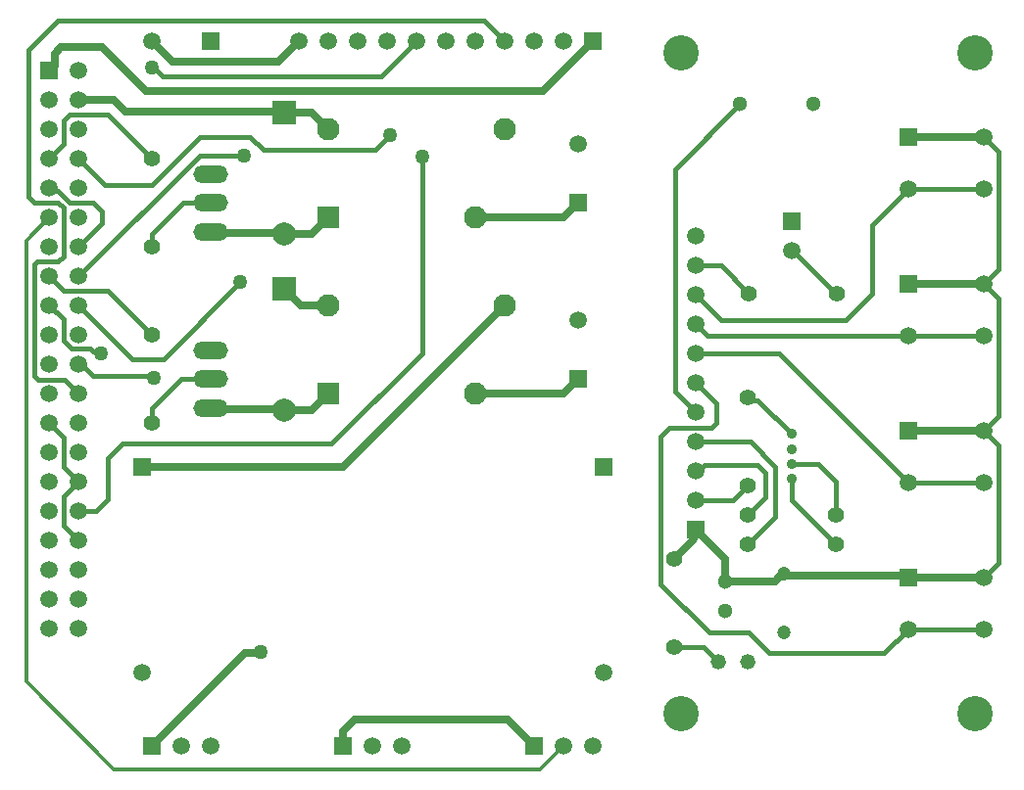
<source format=gbl>
%FSTAX23Y23*%
%MOIN*%
%SFA1B1*%

%IPPOS*%
%ADD37C,0.015000*%
%ADD38C,0.025000*%
%ADD39C,0.052000*%
%ADD40R,0.059370X0.059370*%
%ADD41C,0.059370*%
%ADD42C,0.035000*%
%ADD43C,0.051180*%
%ADD44C,0.059060*%
%ADD45R,0.059060X0.059060*%
%ADD46C,0.055120*%
%ADD47C,0.058980*%
%ADD48R,0.058980X0.058980*%
%ADD49C,0.047240*%
%ADD50C,0.120000*%
%ADD51R,0.078740X0.078740*%
%ADD52C,0.078740*%
%ADD53R,0.076770X0.076770*%
%ADD54C,0.076770*%
%ADD55R,0.059060X0.059060*%
%ADD56O,0.118110X0.059060*%
%ADD57C,0.050000*%
%ADD58C,0.012000*%
%LNmergepcb-1*%
%LPD*%
G54D37*
X02625Y0099D02*
Y01064D01*
Y0099D02*
X02775Y0084D01*
X02625Y01115D02*
X02715D01*
X02775Y01055*
Y0094D02*
Y01055D01*
X02475Y0134D02*
X02481Y01333D01*
X02508*
X02625Y01217*
Y0184D02*
X0263D01*
X02775Y01695*
X0278*
X02225Y0049D02*
X02325D01*
X02375Y0044*
X023Y0179D02*
X02385D01*
X0248Y01695*
X03022Y02051D02*
X03277D01*
X029Y01929D02*
X03022Y02051D01*
X029Y01695D02*
Y01929D01*
X0281Y01605D02*
X029Y01695D01*
X02385Y01605D02*
X0281D01*
X023Y0169D02*
X02385Y01605D01*
X03277Y01552D02*
X03277Y01551D01*
X0312Y01552D02*
X03277D01*
X03119Y01551D02*
X0312Y01552D01*
X03022Y01551D02*
X03119D01*
X023Y0159D02*
X02338Y01551D01*
X03022*
X023Y0149D02*
X02583D01*
X03022Y01051*
X03277*
X023Y0139D02*
X0237Y0132D01*
Y01255D02*
Y0132D01*
X02353Y01238D02*
X0237Y01255D01*
X02345Y0054D02*
X0248D01*
X0255Y0047*
X0294*
X03022Y00551*
X03277*
X02227Y02117D02*
X0245Y0234D01*
X02227Y01362D02*
Y02117D01*
Y01362D02*
X023Y0129D01*
Y0119D02*
X02485D01*
X0257Y01105*
Y00935D02*
Y01105D01*
X02475Y0084D02*
X0257Y00935D01*
X023Y0109D02*
X0231D01*
X0233Y0111*
X0251*
X02535Y01085*
Y01D02*
Y01085D01*
X02475Y0094D02*
X02535Y01D01*
X02425Y0099D02*
X02475Y0104D01*
X023Y0099D02*
X02425D01*
X03327Y00778D02*
Y01179D01*
X03277Y01228D02*
X03327Y01179D01*
X03277Y00728D02*
X03327Y00778D01*
X03277Y01728D02*
X03327Y01679D01*
Y01278D02*
Y01679D01*
X03277Y01228D02*
X03327Y01278D01*
Y01778D02*
Y02179D01*
X03277Y01728D02*
X03327Y01778D01*
X03277Y02228D02*
X03327Y02179D01*
X02208Y01238D02*
X02353D01*
X02179Y00706D02*
X02345Y0054D01*
X02179Y01209D02*
X02208Y01238D01*
X02179Y00706D02*
Y01209D01*
X003Y01705D02*
X0045Y01555D01*
X0015Y01705D02*
X003D01*
X001Y01755D02*
X0015Y01705D01*
X002Y01755D02*
X00611Y02166D01*
X00762*
X00556Y02005D02*
X0065D01*
X00152Y01403D02*
X002Y01355D01*
X0158Y02625D02*
X0165Y02555D01*
X0013Y02625D02*
X0158D01*
X0045Y01899D02*
X00556Y02005D01*
X0045Y01855D02*
Y01899D01*
X0106Y01185D02*
X01368Y01493D01*
Y0216*
X0035Y01185D02*
X0106D01*
X003Y01135D02*
X0035Y01185D01*
X0026Y00955D02*
X003Y00995D01*
Y01135*
X002Y00955D02*
X0026D01*
X00487Y01473D02*
X00748Y01734D01*
X002Y01455D02*
X0021D01*
X0025Y01415*
X0123Y02435D02*
X0135Y02555D01*
X0025Y01415D02*
X00449D01*
X00455Y01409*
X0045Y01305D02*
X0055Y01405D01*
X0045Y01255D02*
Y01305D01*
X0055Y01405D02*
X0065D01*
X00382Y01473D02*
X00487D01*
X002Y01655D02*
X00382Y01473D01*
X00148Y01535D02*
Y01607D01*
X001Y01655D02*
X00148Y01607D01*
X0003Y02525D02*
X0013Y02625D01*
X0003Y02025D02*
Y02525D01*
Y02025D02*
X0005Y02005D01*
X00783Y02228D02*
X00827Y02185D01*
X0121D02*
X0126Y02235D01*
X00827Y02185D02*
X0121D01*
X0045Y02065D02*
X00613Y02228D01*
X00783*
X002Y02155D02*
X0029Y02065D01*
X0045*
X001Y02155D02*
X0015Y02205D01*
X003Y02305D02*
X0045Y02155D01*
X0017Y02305D02*
X003D01*
X0015Y02205D02*
Y02285D01*
X0017Y02305*
X00148Y01535D02*
X00175Y01507D01*
X00237*
X00247Y01497D02*
X00267D01*
X00274Y0149*
X00237Y01507D02*
X00247Y01497D01*
X0015Y01105D02*
Y01205D01*
X001Y01255D02*
X0015Y01205D01*
Y01105D02*
X002Y01055D01*
X0015Y00905D02*
Y01005D01*
Y00905D02*
X002Y00855D01*
X0015Y01005D02*
X002Y01055D01*
X0025Y02005D02*
X0028Y01975D01*
Y01935D02*
Y01975D01*
X002Y01855D02*
X0028Y01935D01*
X001Y02055D02*
X00108Y02046D01*
X00128*
X0017Y02005*
X0025*
X0013D02*
X00148Y01987D01*
X0005Y02005D02*
X0013D01*
X00148Y01823D02*
Y01987D01*
X0013Y01805D02*
X00148Y01823D01*
X00062Y01403D02*
X00152D01*
X00058Y01805D02*
X0013D01*
X0005Y01415D02*
X00062Y01403D01*
X0005Y01415D02*
Y01796D01*
X00058Y01805*
X00486Y02435D02*
X0123D01*
X00456Y02465D02*
X00486Y02435D01*
X0045Y02465D02*
X00456D01*
G54D38*
X02282Y00847D02*
X02288Y00854D01*
X02293Y00862*
X02297Y00871*
X02299Y0088*
X023Y0089*
X03022Y01228D02*
X03277D01*
X03022Y01728D02*
X03277D01*
X03022Y02228D02*
X03277D01*
X02225Y0079D02*
X02282Y00847D01*
X024Y00715D02*
Y0079D01*
Y00715D02*
X02568D01*
X02593Y0074*
X026*
X02604Y00735*
X03014*
X03022Y00728*
X03277*
X023Y0089D02*
X024Y0079D01*
X009Y0231D02*
X00993D01*
X0105Y02254*
X00117Y02472D02*
Y02512D01*
X001Y02455D02*
X00117Y02472D01*
Y02512D02*
X0014Y02535D01*
X0155Y01955D02*
X0185D01*
X019Y02005*
X0185Y01355D02*
X019Y01405D01*
X0155Y01355D02*
X0185D01*
X00896Y01302D02*
X009Y01299D01*
X00653Y01302D02*
X00896D01*
X0065Y01306D02*
X00653Y01302D01*
X00993Y01299D02*
X0105Y01355D01*
X009Y01299D02*
X00993D01*
X009Y0171D02*
X00956Y01654D01*
X0105*
X0045Y02555D02*
X0052Y02485D01*
X0088D02*
X0095Y02555D01*
X0052Y02485D02*
X0088D01*
X00896Y01902D02*
X009Y01899D01*
X00653Y01902D02*
X00896D01*
X0065Y01906D02*
X00653Y01902D01*
X00993Y01899D02*
X0105Y01955D01*
X009Y01899D02*
X00993D01*
X00415Y01105D02*
X011D01*
X0165Y01654*
X00815Y0047D02*
X0082Y00475D01*
X0166Y00245D02*
X0175Y00155D01*
X011Y00205D02*
X0114Y00245D01*
X0166*
X011Y00155D02*
Y00205D01*
X0178Y02385D02*
X0195Y02555D01*
X0032Y02355D02*
X0036Y02315D01*
X002Y02355D02*
X0032D01*
X00895Y02315D02*
X009Y0231D01*
X0036Y02315D02*
X00895D01*
X0043Y02385D02*
X0178D01*
X0028Y02535D02*
X0043Y02385D01*
X0014Y02535D02*
X0028D01*
X00765Y0047D02*
X00815D01*
X0045Y00155D02*
X00765Y0047D01*
G54D39*
X02375Y0044D03*
X02475D03*
G54D40*
X02625Y0194D03*
G54D41*
X02625Y0184D03*
G54D42*
X02625Y01217D03*
Y01166D03*
Y01115D03*
Y01064D03*
G54D43*
X0245Y0234D03*
X027D03*
X024Y00615D03*
Y00715D03*
G54D44*
X023Y0099D03*
Y0109D03*
Y0119D03*
Y0129D03*
Y0139D03*
Y0149D03*
Y0159D03*
Y0169D03*
Y0179D03*
Y0189D03*
X0045Y02555D03*
X0195Y00155D03*
X0185D03*
X013D03*
X012D03*
X019Y02205D03*
X002Y00555D03*
Y00655D03*
Y00755D03*
Y00855D03*
Y00955D03*
Y01055D03*
Y01155D03*
Y01255D03*
Y01355D03*
Y01455D03*
Y01555D03*
Y01655D03*
Y01755D03*
Y01855D03*
Y01955D03*
Y02055D03*
Y02155D03*
Y02255D03*
Y02355D03*
Y02455D03*
X001Y02155D03*
Y01555D03*
Y01455D03*
Y01655D03*
Y01755D03*
Y01855D03*
Y01955D03*
Y02055D03*
Y02255D03*
Y02355D03*
Y00555D03*
Y00955D03*
Y00855D03*
Y00655D03*
Y00755D03*
Y01055D03*
Y01155D03*
Y01255D03*
Y01355D03*
X019Y01605D03*
X0185Y02555D03*
X0175D03*
X0165D03*
X0155D03*
X0145D03*
X0135D03*
X0125D03*
X0115D03*
X0105D03*
X0095D03*
X01985Y00405D03*
X00415D03*
X0055Y00155D03*
X0065D03*
G54D45*
X023Y0089D03*
X019Y02005D03*
X001Y02455D03*
X019Y01405D03*
G54D46*
X02225Y0049D03*
Y0079D03*
X0278Y01695D03*
X0248D03*
X02475Y0104D03*
Y0134D03*
X02775Y0094D03*
X02475D03*
X02775Y0084D03*
X02475D03*
X0045Y01255D03*
Y01555D03*
Y01855D03*
Y02155D03*
G54D47*
X03277Y00728D03*
Y00551D03*
X03022D03*
X03277Y01228D03*
Y01051D03*
X03022D03*
Y02051D03*
X03277D03*
Y02228D03*
Y01728D03*
Y01551D03*
X03022D03*
G54D48*
X03022Y00728D03*
Y01228D03*
Y02228D03*
Y01728D03*
G54D49*
X026Y0054D03*
Y0074D03*
G54D50*
X0225Y00265D03*
X0325D03*
Y02515D03*
X0225D03*
G54D51*
X009Y0171D03*
Y0231D03*
G54D52*
X009Y01299D03*
Y01899D03*
G54D53*
X0105Y01355D03*
Y01955D03*
G54D54*
X0155Y01355D03*
X0165Y01654D03*
X0105D03*
X0155Y01955D03*
X0165Y02254D03*
X0105D03*
G54D55*
X0065Y02555D03*
X0175Y00155D03*
X011D03*
X0195Y02555D03*
X00415Y01105D03*
X01985D03*
X0045Y00155D03*
G54D56*
X0065Y01503D03*
Y01306D03*
Y01405D03*
Y02103D03*
Y01906D03*
Y02005D03*
G54D57*
X00762Y02166D03*
X00748Y01734D03*
X01368Y0216D03*
X00455Y01409D03*
X0082Y00475D03*
X00274Y0149D03*
X0126Y02235D03*
X0045Y02465D03*
G54D58*
X0032Y00075D02*
X0177D01*
X0185Y00155*
X00021Y00374D02*
Y01876D01*
X001Y01955*
X00021Y00374D02*
X0032Y00075D01*
M02*
</source>
